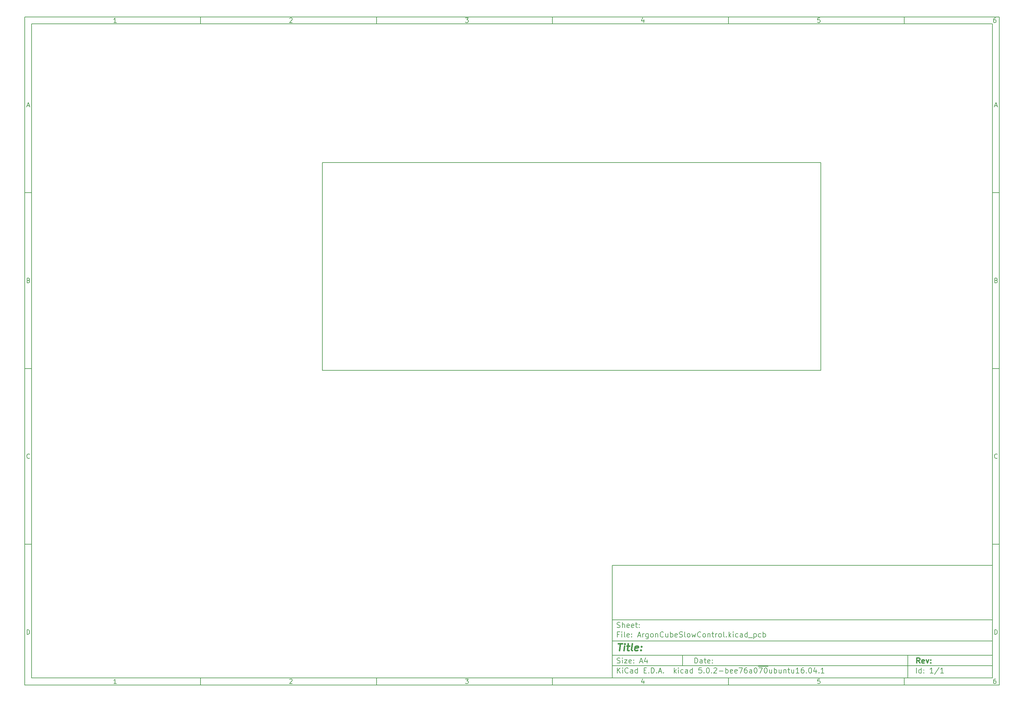
<source format=gbr>
G04 #@! TF.GenerationSoftware,KiCad,Pcbnew,5.0.2-bee76a0~70~ubuntu16.04.1*
G04 #@! TF.CreationDate,2020-09-03T14:52:49+02:00*
G04 #@! TF.ProjectId,ArgonCubeSlowControl,4172676f-6e43-4756-9265-536c6f77436f,rev?*
G04 #@! TF.SameCoordinates,Original*
G04 #@! TF.FileFunction,Profile,NP*
%FSLAX46Y46*%
G04 Gerber Fmt 4.6, Leading zero omitted, Abs format (unit mm)*
G04 Created by KiCad (PCBNEW 5.0.2-bee76a0~70~ubuntu16.04.1) date Thu 03 Sep 2020 02:52:49 PM CEST*
%MOMM*%
%LPD*%
G01*
G04 APERTURE LIST*
%ADD10C,0.100000*%
%ADD11C,0.150000*%
%ADD12C,0.300000*%
%ADD13C,0.400000*%
%ADD14C,0.200000*%
G04 APERTURE END LIST*
D10*
D11*
X177002200Y-166007200D02*
X177002200Y-198007200D01*
X285002200Y-198007200D01*
X285002200Y-166007200D01*
X177002200Y-166007200D01*
D10*
D11*
X10000000Y-10000000D02*
X10000000Y-200007200D01*
X287002200Y-200007200D01*
X287002200Y-10000000D01*
X10000000Y-10000000D01*
D10*
D11*
X12000000Y-12000000D02*
X12000000Y-198007200D01*
X285002200Y-198007200D01*
X285002200Y-12000000D01*
X12000000Y-12000000D01*
D10*
D11*
X60000000Y-12000000D02*
X60000000Y-10000000D01*
D10*
D11*
X110000000Y-12000000D02*
X110000000Y-10000000D01*
D10*
D11*
X160000000Y-12000000D02*
X160000000Y-10000000D01*
D10*
D11*
X210000000Y-12000000D02*
X210000000Y-10000000D01*
D10*
D11*
X260000000Y-12000000D02*
X260000000Y-10000000D01*
D10*
D11*
X36065476Y-11588095D02*
X35322619Y-11588095D01*
X35694047Y-11588095D02*
X35694047Y-10288095D01*
X35570238Y-10473809D01*
X35446428Y-10597619D01*
X35322619Y-10659523D01*
D10*
D11*
X85322619Y-10411904D02*
X85384523Y-10350000D01*
X85508333Y-10288095D01*
X85817857Y-10288095D01*
X85941666Y-10350000D01*
X86003571Y-10411904D01*
X86065476Y-10535714D01*
X86065476Y-10659523D01*
X86003571Y-10845238D01*
X85260714Y-11588095D01*
X86065476Y-11588095D01*
D10*
D11*
X135260714Y-10288095D02*
X136065476Y-10288095D01*
X135632142Y-10783333D01*
X135817857Y-10783333D01*
X135941666Y-10845238D01*
X136003571Y-10907142D01*
X136065476Y-11030952D01*
X136065476Y-11340476D01*
X136003571Y-11464285D01*
X135941666Y-11526190D01*
X135817857Y-11588095D01*
X135446428Y-11588095D01*
X135322619Y-11526190D01*
X135260714Y-11464285D01*
D10*
D11*
X185941666Y-10721428D02*
X185941666Y-11588095D01*
X185632142Y-10226190D02*
X185322619Y-11154761D01*
X186127380Y-11154761D01*
D10*
D11*
X236003571Y-10288095D02*
X235384523Y-10288095D01*
X235322619Y-10907142D01*
X235384523Y-10845238D01*
X235508333Y-10783333D01*
X235817857Y-10783333D01*
X235941666Y-10845238D01*
X236003571Y-10907142D01*
X236065476Y-11030952D01*
X236065476Y-11340476D01*
X236003571Y-11464285D01*
X235941666Y-11526190D01*
X235817857Y-11588095D01*
X235508333Y-11588095D01*
X235384523Y-11526190D01*
X235322619Y-11464285D01*
D10*
D11*
X285941666Y-10288095D02*
X285694047Y-10288095D01*
X285570238Y-10350000D01*
X285508333Y-10411904D01*
X285384523Y-10597619D01*
X285322619Y-10845238D01*
X285322619Y-11340476D01*
X285384523Y-11464285D01*
X285446428Y-11526190D01*
X285570238Y-11588095D01*
X285817857Y-11588095D01*
X285941666Y-11526190D01*
X286003571Y-11464285D01*
X286065476Y-11340476D01*
X286065476Y-11030952D01*
X286003571Y-10907142D01*
X285941666Y-10845238D01*
X285817857Y-10783333D01*
X285570238Y-10783333D01*
X285446428Y-10845238D01*
X285384523Y-10907142D01*
X285322619Y-11030952D01*
D10*
D11*
X60000000Y-198007200D02*
X60000000Y-200007200D01*
D10*
D11*
X110000000Y-198007200D02*
X110000000Y-200007200D01*
D10*
D11*
X160000000Y-198007200D02*
X160000000Y-200007200D01*
D10*
D11*
X210000000Y-198007200D02*
X210000000Y-200007200D01*
D10*
D11*
X260000000Y-198007200D02*
X260000000Y-200007200D01*
D10*
D11*
X36065476Y-199595295D02*
X35322619Y-199595295D01*
X35694047Y-199595295D02*
X35694047Y-198295295D01*
X35570238Y-198481009D01*
X35446428Y-198604819D01*
X35322619Y-198666723D01*
D10*
D11*
X85322619Y-198419104D02*
X85384523Y-198357200D01*
X85508333Y-198295295D01*
X85817857Y-198295295D01*
X85941666Y-198357200D01*
X86003571Y-198419104D01*
X86065476Y-198542914D01*
X86065476Y-198666723D01*
X86003571Y-198852438D01*
X85260714Y-199595295D01*
X86065476Y-199595295D01*
D10*
D11*
X135260714Y-198295295D02*
X136065476Y-198295295D01*
X135632142Y-198790533D01*
X135817857Y-198790533D01*
X135941666Y-198852438D01*
X136003571Y-198914342D01*
X136065476Y-199038152D01*
X136065476Y-199347676D01*
X136003571Y-199471485D01*
X135941666Y-199533390D01*
X135817857Y-199595295D01*
X135446428Y-199595295D01*
X135322619Y-199533390D01*
X135260714Y-199471485D01*
D10*
D11*
X185941666Y-198728628D02*
X185941666Y-199595295D01*
X185632142Y-198233390D02*
X185322619Y-199161961D01*
X186127380Y-199161961D01*
D10*
D11*
X236003571Y-198295295D02*
X235384523Y-198295295D01*
X235322619Y-198914342D01*
X235384523Y-198852438D01*
X235508333Y-198790533D01*
X235817857Y-198790533D01*
X235941666Y-198852438D01*
X236003571Y-198914342D01*
X236065476Y-199038152D01*
X236065476Y-199347676D01*
X236003571Y-199471485D01*
X235941666Y-199533390D01*
X235817857Y-199595295D01*
X235508333Y-199595295D01*
X235384523Y-199533390D01*
X235322619Y-199471485D01*
D10*
D11*
X285941666Y-198295295D02*
X285694047Y-198295295D01*
X285570238Y-198357200D01*
X285508333Y-198419104D01*
X285384523Y-198604819D01*
X285322619Y-198852438D01*
X285322619Y-199347676D01*
X285384523Y-199471485D01*
X285446428Y-199533390D01*
X285570238Y-199595295D01*
X285817857Y-199595295D01*
X285941666Y-199533390D01*
X286003571Y-199471485D01*
X286065476Y-199347676D01*
X286065476Y-199038152D01*
X286003571Y-198914342D01*
X285941666Y-198852438D01*
X285817857Y-198790533D01*
X285570238Y-198790533D01*
X285446428Y-198852438D01*
X285384523Y-198914342D01*
X285322619Y-199038152D01*
D10*
D11*
X10000000Y-60000000D02*
X12000000Y-60000000D01*
D10*
D11*
X10000000Y-110000000D02*
X12000000Y-110000000D01*
D10*
D11*
X10000000Y-160000000D02*
X12000000Y-160000000D01*
D10*
D11*
X10690476Y-35216666D02*
X11309523Y-35216666D01*
X10566666Y-35588095D02*
X11000000Y-34288095D01*
X11433333Y-35588095D01*
D10*
D11*
X11092857Y-84907142D02*
X11278571Y-84969047D01*
X11340476Y-85030952D01*
X11402380Y-85154761D01*
X11402380Y-85340476D01*
X11340476Y-85464285D01*
X11278571Y-85526190D01*
X11154761Y-85588095D01*
X10659523Y-85588095D01*
X10659523Y-84288095D01*
X11092857Y-84288095D01*
X11216666Y-84350000D01*
X11278571Y-84411904D01*
X11340476Y-84535714D01*
X11340476Y-84659523D01*
X11278571Y-84783333D01*
X11216666Y-84845238D01*
X11092857Y-84907142D01*
X10659523Y-84907142D01*
D10*
D11*
X11402380Y-135464285D02*
X11340476Y-135526190D01*
X11154761Y-135588095D01*
X11030952Y-135588095D01*
X10845238Y-135526190D01*
X10721428Y-135402380D01*
X10659523Y-135278571D01*
X10597619Y-135030952D01*
X10597619Y-134845238D01*
X10659523Y-134597619D01*
X10721428Y-134473809D01*
X10845238Y-134350000D01*
X11030952Y-134288095D01*
X11154761Y-134288095D01*
X11340476Y-134350000D01*
X11402380Y-134411904D01*
D10*
D11*
X10659523Y-185588095D02*
X10659523Y-184288095D01*
X10969047Y-184288095D01*
X11154761Y-184350000D01*
X11278571Y-184473809D01*
X11340476Y-184597619D01*
X11402380Y-184845238D01*
X11402380Y-185030952D01*
X11340476Y-185278571D01*
X11278571Y-185402380D01*
X11154761Y-185526190D01*
X10969047Y-185588095D01*
X10659523Y-185588095D01*
D10*
D11*
X287002200Y-60000000D02*
X285002200Y-60000000D01*
D10*
D11*
X287002200Y-110000000D02*
X285002200Y-110000000D01*
D10*
D11*
X287002200Y-160000000D02*
X285002200Y-160000000D01*
D10*
D11*
X285692676Y-35216666D02*
X286311723Y-35216666D01*
X285568866Y-35588095D02*
X286002200Y-34288095D01*
X286435533Y-35588095D01*
D10*
D11*
X286095057Y-84907142D02*
X286280771Y-84969047D01*
X286342676Y-85030952D01*
X286404580Y-85154761D01*
X286404580Y-85340476D01*
X286342676Y-85464285D01*
X286280771Y-85526190D01*
X286156961Y-85588095D01*
X285661723Y-85588095D01*
X285661723Y-84288095D01*
X286095057Y-84288095D01*
X286218866Y-84350000D01*
X286280771Y-84411904D01*
X286342676Y-84535714D01*
X286342676Y-84659523D01*
X286280771Y-84783333D01*
X286218866Y-84845238D01*
X286095057Y-84907142D01*
X285661723Y-84907142D01*
D10*
D11*
X286404580Y-135464285D02*
X286342676Y-135526190D01*
X286156961Y-135588095D01*
X286033152Y-135588095D01*
X285847438Y-135526190D01*
X285723628Y-135402380D01*
X285661723Y-135278571D01*
X285599819Y-135030952D01*
X285599819Y-134845238D01*
X285661723Y-134597619D01*
X285723628Y-134473809D01*
X285847438Y-134350000D01*
X286033152Y-134288095D01*
X286156961Y-134288095D01*
X286342676Y-134350000D01*
X286404580Y-134411904D01*
D10*
D11*
X285661723Y-185588095D02*
X285661723Y-184288095D01*
X285971247Y-184288095D01*
X286156961Y-184350000D01*
X286280771Y-184473809D01*
X286342676Y-184597619D01*
X286404580Y-184845238D01*
X286404580Y-185030952D01*
X286342676Y-185278571D01*
X286280771Y-185402380D01*
X286156961Y-185526190D01*
X285971247Y-185588095D01*
X285661723Y-185588095D01*
D10*
D11*
X200434342Y-193785771D02*
X200434342Y-192285771D01*
X200791485Y-192285771D01*
X201005771Y-192357200D01*
X201148628Y-192500057D01*
X201220057Y-192642914D01*
X201291485Y-192928628D01*
X201291485Y-193142914D01*
X201220057Y-193428628D01*
X201148628Y-193571485D01*
X201005771Y-193714342D01*
X200791485Y-193785771D01*
X200434342Y-193785771D01*
X202577200Y-193785771D02*
X202577200Y-193000057D01*
X202505771Y-192857200D01*
X202362914Y-192785771D01*
X202077200Y-192785771D01*
X201934342Y-192857200D01*
X202577200Y-193714342D02*
X202434342Y-193785771D01*
X202077200Y-193785771D01*
X201934342Y-193714342D01*
X201862914Y-193571485D01*
X201862914Y-193428628D01*
X201934342Y-193285771D01*
X202077200Y-193214342D01*
X202434342Y-193214342D01*
X202577200Y-193142914D01*
X203077200Y-192785771D02*
X203648628Y-192785771D01*
X203291485Y-192285771D02*
X203291485Y-193571485D01*
X203362914Y-193714342D01*
X203505771Y-193785771D01*
X203648628Y-193785771D01*
X204720057Y-193714342D02*
X204577200Y-193785771D01*
X204291485Y-193785771D01*
X204148628Y-193714342D01*
X204077200Y-193571485D01*
X204077200Y-193000057D01*
X204148628Y-192857200D01*
X204291485Y-192785771D01*
X204577200Y-192785771D01*
X204720057Y-192857200D01*
X204791485Y-193000057D01*
X204791485Y-193142914D01*
X204077200Y-193285771D01*
X205434342Y-193642914D02*
X205505771Y-193714342D01*
X205434342Y-193785771D01*
X205362914Y-193714342D01*
X205434342Y-193642914D01*
X205434342Y-193785771D01*
X205434342Y-192857200D02*
X205505771Y-192928628D01*
X205434342Y-193000057D01*
X205362914Y-192928628D01*
X205434342Y-192857200D01*
X205434342Y-193000057D01*
D10*
D11*
X177002200Y-194507200D02*
X285002200Y-194507200D01*
D10*
D11*
X178434342Y-196585771D02*
X178434342Y-195085771D01*
X179291485Y-196585771D02*
X178648628Y-195728628D01*
X179291485Y-195085771D02*
X178434342Y-195942914D01*
X179934342Y-196585771D02*
X179934342Y-195585771D01*
X179934342Y-195085771D02*
X179862914Y-195157200D01*
X179934342Y-195228628D01*
X180005771Y-195157200D01*
X179934342Y-195085771D01*
X179934342Y-195228628D01*
X181505771Y-196442914D02*
X181434342Y-196514342D01*
X181220057Y-196585771D01*
X181077200Y-196585771D01*
X180862914Y-196514342D01*
X180720057Y-196371485D01*
X180648628Y-196228628D01*
X180577200Y-195942914D01*
X180577200Y-195728628D01*
X180648628Y-195442914D01*
X180720057Y-195300057D01*
X180862914Y-195157200D01*
X181077200Y-195085771D01*
X181220057Y-195085771D01*
X181434342Y-195157200D01*
X181505771Y-195228628D01*
X182791485Y-196585771D02*
X182791485Y-195800057D01*
X182720057Y-195657200D01*
X182577200Y-195585771D01*
X182291485Y-195585771D01*
X182148628Y-195657200D01*
X182791485Y-196514342D02*
X182648628Y-196585771D01*
X182291485Y-196585771D01*
X182148628Y-196514342D01*
X182077200Y-196371485D01*
X182077200Y-196228628D01*
X182148628Y-196085771D01*
X182291485Y-196014342D01*
X182648628Y-196014342D01*
X182791485Y-195942914D01*
X184148628Y-196585771D02*
X184148628Y-195085771D01*
X184148628Y-196514342D02*
X184005771Y-196585771D01*
X183720057Y-196585771D01*
X183577200Y-196514342D01*
X183505771Y-196442914D01*
X183434342Y-196300057D01*
X183434342Y-195871485D01*
X183505771Y-195728628D01*
X183577200Y-195657200D01*
X183720057Y-195585771D01*
X184005771Y-195585771D01*
X184148628Y-195657200D01*
X186005771Y-195800057D02*
X186505771Y-195800057D01*
X186720057Y-196585771D02*
X186005771Y-196585771D01*
X186005771Y-195085771D01*
X186720057Y-195085771D01*
X187362914Y-196442914D02*
X187434342Y-196514342D01*
X187362914Y-196585771D01*
X187291485Y-196514342D01*
X187362914Y-196442914D01*
X187362914Y-196585771D01*
X188077200Y-196585771D02*
X188077200Y-195085771D01*
X188434342Y-195085771D01*
X188648628Y-195157200D01*
X188791485Y-195300057D01*
X188862914Y-195442914D01*
X188934342Y-195728628D01*
X188934342Y-195942914D01*
X188862914Y-196228628D01*
X188791485Y-196371485D01*
X188648628Y-196514342D01*
X188434342Y-196585771D01*
X188077200Y-196585771D01*
X189577200Y-196442914D02*
X189648628Y-196514342D01*
X189577200Y-196585771D01*
X189505771Y-196514342D01*
X189577200Y-196442914D01*
X189577200Y-196585771D01*
X190220057Y-196157200D02*
X190934342Y-196157200D01*
X190077200Y-196585771D02*
X190577200Y-195085771D01*
X191077200Y-196585771D01*
X191577200Y-196442914D02*
X191648628Y-196514342D01*
X191577200Y-196585771D01*
X191505771Y-196514342D01*
X191577200Y-196442914D01*
X191577200Y-196585771D01*
X194577200Y-196585771D02*
X194577200Y-195085771D01*
X194720057Y-196014342D02*
X195148628Y-196585771D01*
X195148628Y-195585771D02*
X194577200Y-196157200D01*
X195791485Y-196585771D02*
X195791485Y-195585771D01*
X195791485Y-195085771D02*
X195720057Y-195157200D01*
X195791485Y-195228628D01*
X195862914Y-195157200D01*
X195791485Y-195085771D01*
X195791485Y-195228628D01*
X197148628Y-196514342D02*
X197005771Y-196585771D01*
X196720057Y-196585771D01*
X196577200Y-196514342D01*
X196505771Y-196442914D01*
X196434342Y-196300057D01*
X196434342Y-195871485D01*
X196505771Y-195728628D01*
X196577200Y-195657200D01*
X196720057Y-195585771D01*
X197005771Y-195585771D01*
X197148628Y-195657200D01*
X198434342Y-196585771D02*
X198434342Y-195800057D01*
X198362914Y-195657200D01*
X198220057Y-195585771D01*
X197934342Y-195585771D01*
X197791485Y-195657200D01*
X198434342Y-196514342D02*
X198291485Y-196585771D01*
X197934342Y-196585771D01*
X197791485Y-196514342D01*
X197720057Y-196371485D01*
X197720057Y-196228628D01*
X197791485Y-196085771D01*
X197934342Y-196014342D01*
X198291485Y-196014342D01*
X198434342Y-195942914D01*
X199791485Y-196585771D02*
X199791485Y-195085771D01*
X199791485Y-196514342D02*
X199648628Y-196585771D01*
X199362914Y-196585771D01*
X199220057Y-196514342D01*
X199148628Y-196442914D01*
X199077200Y-196300057D01*
X199077200Y-195871485D01*
X199148628Y-195728628D01*
X199220057Y-195657200D01*
X199362914Y-195585771D01*
X199648628Y-195585771D01*
X199791485Y-195657200D01*
X202362914Y-195085771D02*
X201648628Y-195085771D01*
X201577200Y-195800057D01*
X201648628Y-195728628D01*
X201791485Y-195657200D01*
X202148628Y-195657200D01*
X202291485Y-195728628D01*
X202362914Y-195800057D01*
X202434342Y-195942914D01*
X202434342Y-196300057D01*
X202362914Y-196442914D01*
X202291485Y-196514342D01*
X202148628Y-196585771D01*
X201791485Y-196585771D01*
X201648628Y-196514342D01*
X201577200Y-196442914D01*
X203077200Y-196442914D02*
X203148628Y-196514342D01*
X203077200Y-196585771D01*
X203005771Y-196514342D01*
X203077200Y-196442914D01*
X203077200Y-196585771D01*
X204077200Y-195085771D02*
X204220057Y-195085771D01*
X204362914Y-195157200D01*
X204434342Y-195228628D01*
X204505771Y-195371485D01*
X204577200Y-195657200D01*
X204577200Y-196014342D01*
X204505771Y-196300057D01*
X204434342Y-196442914D01*
X204362914Y-196514342D01*
X204220057Y-196585771D01*
X204077200Y-196585771D01*
X203934342Y-196514342D01*
X203862914Y-196442914D01*
X203791485Y-196300057D01*
X203720057Y-196014342D01*
X203720057Y-195657200D01*
X203791485Y-195371485D01*
X203862914Y-195228628D01*
X203934342Y-195157200D01*
X204077200Y-195085771D01*
X205220057Y-196442914D02*
X205291485Y-196514342D01*
X205220057Y-196585771D01*
X205148628Y-196514342D01*
X205220057Y-196442914D01*
X205220057Y-196585771D01*
X205862914Y-195228628D02*
X205934342Y-195157200D01*
X206077200Y-195085771D01*
X206434342Y-195085771D01*
X206577200Y-195157200D01*
X206648628Y-195228628D01*
X206720057Y-195371485D01*
X206720057Y-195514342D01*
X206648628Y-195728628D01*
X205791485Y-196585771D01*
X206720057Y-196585771D01*
X207362914Y-196014342D02*
X208505771Y-196014342D01*
X209220057Y-196585771D02*
X209220057Y-195085771D01*
X209220057Y-195657200D02*
X209362914Y-195585771D01*
X209648628Y-195585771D01*
X209791485Y-195657200D01*
X209862914Y-195728628D01*
X209934342Y-195871485D01*
X209934342Y-196300057D01*
X209862914Y-196442914D01*
X209791485Y-196514342D01*
X209648628Y-196585771D01*
X209362914Y-196585771D01*
X209220057Y-196514342D01*
X211148628Y-196514342D02*
X211005771Y-196585771D01*
X210720057Y-196585771D01*
X210577200Y-196514342D01*
X210505771Y-196371485D01*
X210505771Y-195800057D01*
X210577200Y-195657200D01*
X210720057Y-195585771D01*
X211005771Y-195585771D01*
X211148628Y-195657200D01*
X211220057Y-195800057D01*
X211220057Y-195942914D01*
X210505771Y-196085771D01*
X212434342Y-196514342D02*
X212291485Y-196585771D01*
X212005771Y-196585771D01*
X211862914Y-196514342D01*
X211791485Y-196371485D01*
X211791485Y-195800057D01*
X211862914Y-195657200D01*
X212005771Y-195585771D01*
X212291485Y-195585771D01*
X212434342Y-195657200D01*
X212505771Y-195800057D01*
X212505771Y-195942914D01*
X211791485Y-196085771D01*
X213005771Y-195085771D02*
X214005771Y-195085771D01*
X213362914Y-196585771D01*
X215220057Y-195085771D02*
X214934342Y-195085771D01*
X214791485Y-195157200D01*
X214720057Y-195228628D01*
X214577200Y-195442914D01*
X214505771Y-195728628D01*
X214505771Y-196300057D01*
X214577200Y-196442914D01*
X214648628Y-196514342D01*
X214791485Y-196585771D01*
X215077200Y-196585771D01*
X215220057Y-196514342D01*
X215291485Y-196442914D01*
X215362914Y-196300057D01*
X215362914Y-195942914D01*
X215291485Y-195800057D01*
X215220057Y-195728628D01*
X215077200Y-195657200D01*
X214791485Y-195657200D01*
X214648628Y-195728628D01*
X214577200Y-195800057D01*
X214505771Y-195942914D01*
X216648628Y-196585771D02*
X216648628Y-195800057D01*
X216577200Y-195657200D01*
X216434342Y-195585771D01*
X216148628Y-195585771D01*
X216005771Y-195657200D01*
X216648628Y-196514342D02*
X216505771Y-196585771D01*
X216148628Y-196585771D01*
X216005771Y-196514342D01*
X215934342Y-196371485D01*
X215934342Y-196228628D01*
X216005771Y-196085771D01*
X216148628Y-196014342D01*
X216505771Y-196014342D01*
X216648628Y-195942914D01*
X217648628Y-195085771D02*
X217791485Y-195085771D01*
X217934342Y-195157200D01*
X218005771Y-195228628D01*
X218077200Y-195371485D01*
X218148628Y-195657200D01*
X218148628Y-196014342D01*
X218077200Y-196300057D01*
X218005771Y-196442914D01*
X217934342Y-196514342D01*
X217791485Y-196585771D01*
X217648628Y-196585771D01*
X217505771Y-196514342D01*
X217434342Y-196442914D01*
X217362914Y-196300057D01*
X217291485Y-196014342D01*
X217291485Y-195657200D01*
X217362914Y-195371485D01*
X217434342Y-195228628D01*
X217505771Y-195157200D01*
X217648628Y-195085771D01*
X218434342Y-194677200D02*
X219862914Y-194677200D01*
X218648628Y-195085771D02*
X219648628Y-195085771D01*
X219005771Y-196585771D01*
X219862914Y-194677200D02*
X221291485Y-194677200D01*
X220505771Y-195085771D02*
X220648628Y-195085771D01*
X220791485Y-195157200D01*
X220862914Y-195228628D01*
X220934342Y-195371485D01*
X221005771Y-195657200D01*
X221005771Y-196014342D01*
X220934342Y-196300057D01*
X220862914Y-196442914D01*
X220791485Y-196514342D01*
X220648628Y-196585771D01*
X220505771Y-196585771D01*
X220362914Y-196514342D01*
X220291485Y-196442914D01*
X220220057Y-196300057D01*
X220148628Y-196014342D01*
X220148628Y-195657200D01*
X220220057Y-195371485D01*
X220291485Y-195228628D01*
X220362914Y-195157200D01*
X220505771Y-195085771D01*
X222291485Y-195585771D02*
X222291485Y-196585771D01*
X221648628Y-195585771D02*
X221648628Y-196371485D01*
X221720057Y-196514342D01*
X221862914Y-196585771D01*
X222077200Y-196585771D01*
X222220057Y-196514342D01*
X222291485Y-196442914D01*
X223005771Y-196585771D02*
X223005771Y-195085771D01*
X223005771Y-195657200D02*
X223148628Y-195585771D01*
X223434342Y-195585771D01*
X223577200Y-195657200D01*
X223648628Y-195728628D01*
X223720057Y-195871485D01*
X223720057Y-196300057D01*
X223648628Y-196442914D01*
X223577200Y-196514342D01*
X223434342Y-196585771D01*
X223148628Y-196585771D01*
X223005771Y-196514342D01*
X225005771Y-195585771D02*
X225005771Y-196585771D01*
X224362914Y-195585771D02*
X224362914Y-196371485D01*
X224434342Y-196514342D01*
X224577200Y-196585771D01*
X224791485Y-196585771D01*
X224934342Y-196514342D01*
X225005771Y-196442914D01*
X225720057Y-195585771D02*
X225720057Y-196585771D01*
X225720057Y-195728628D02*
X225791485Y-195657200D01*
X225934342Y-195585771D01*
X226148628Y-195585771D01*
X226291485Y-195657200D01*
X226362914Y-195800057D01*
X226362914Y-196585771D01*
X226862914Y-195585771D02*
X227434342Y-195585771D01*
X227077200Y-195085771D02*
X227077200Y-196371485D01*
X227148628Y-196514342D01*
X227291485Y-196585771D01*
X227434342Y-196585771D01*
X228577200Y-195585771D02*
X228577200Y-196585771D01*
X227934342Y-195585771D02*
X227934342Y-196371485D01*
X228005771Y-196514342D01*
X228148628Y-196585771D01*
X228362914Y-196585771D01*
X228505771Y-196514342D01*
X228577200Y-196442914D01*
X230077200Y-196585771D02*
X229220057Y-196585771D01*
X229648628Y-196585771D02*
X229648628Y-195085771D01*
X229505771Y-195300057D01*
X229362914Y-195442914D01*
X229220057Y-195514342D01*
X231362914Y-195085771D02*
X231077200Y-195085771D01*
X230934342Y-195157200D01*
X230862914Y-195228628D01*
X230720057Y-195442914D01*
X230648628Y-195728628D01*
X230648628Y-196300057D01*
X230720057Y-196442914D01*
X230791485Y-196514342D01*
X230934342Y-196585771D01*
X231220057Y-196585771D01*
X231362914Y-196514342D01*
X231434342Y-196442914D01*
X231505771Y-196300057D01*
X231505771Y-195942914D01*
X231434342Y-195800057D01*
X231362914Y-195728628D01*
X231220057Y-195657200D01*
X230934342Y-195657200D01*
X230791485Y-195728628D01*
X230720057Y-195800057D01*
X230648628Y-195942914D01*
X232148628Y-196442914D02*
X232220057Y-196514342D01*
X232148628Y-196585771D01*
X232077200Y-196514342D01*
X232148628Y-196442914D01*
X232148628Y-196585771D01*
X233148628Y-195085771D02*
X233291485Y-195085771D01*
X233434342Y-195157200D01*
X233505771Y-195228628D01*
X233577200Y-195371485D01*
X233648628Y-195657200D01*
X233648628Y-196014342D01*
X233577200Y-196300057D01*
X233505771Y-196442914D01*
X233434342Y-196514342D01*
X233291485Y-196585771D01*
X233148628Y-196585771D01*
X233005771Y-196514342D01*
X232934342Y-196442914D01*
X232862914Y-196300057D01*
X232791485Y-196014342D01*
X232791485Y-195657200D01*
X232862914Y-195371485D01*
X232934342Y-195228628D01*
X233005771Y-195157200D01*
X233148628Y-195085771D01*
X234934342Y-195585771D02*
X234934342Y-196585771D01*
X234577200Y-195014342D02*
X234220057Y-196085771D01*
X235148628Y-196085771D01*
X235720057Y-196442914D02*
X235791485Y-196514342D01*
X235720057Y-196585771D01*
X235648628Y-196514342D01*
X235720057Y-196442914D01*
X235720057Y-196585771D01*
X237220057Y-196585771D02*
X236362914Y-196585771D01*
X236791485Y-196585771D02*
X236791485Y-195085771D01*
X236648628Y-195300057D01*
X236505771Y-195442914D01*
X236362914Y-195514342D01*
D10*
D11*
X177002200Y-191507200D02*
X285002200Y-191507200D01*
D10*
D12*
X264411485Y-193785771D02*
X263911485Y-193071485D01*
X263554342Y-193785771D02*
X263554342Y-192285771D01*
X264125771Y-192285771D01*
X264268628Y-192357200D01*
X264340057Y-192428628D01*
X264411485Y-192571485D01*
X264411485Y-192785771D01*
X264340057Y-192928628D01*
X264268628Y-193000057D01*
X264125771Y-193071485D01*
X263554342Y-193071485D01*
X265625771Y-193714342D02*
X265482914Y-193785771D01*
X265197200Y-193785771D01*
X265054342Y-193714342D01*
X264982914Y-193571485D01*
X264982914Y-193000057D01*
X265054342Y-192857200D01*
X265197200Y-192785771D01*
X265482914Y-192785771D01*
X265625771Y-192857200D01*
X265697200Y-193000057D01*
X265697200Y-193142914D01*
X264982914Y-193285771D01*
X266197200Y-192785771D02*
X266554342Y-193785771D01*
X266911485Y-192785771D01*
X267482914Y-193642914D02*
X267554342Y-193714342D01*
X267482914Y-193785771D01*
X267411485Y-193714342D01*
X267482914Y-193642914D01*
X267482914Y-193785771D01*
X267482914Y-192857200D02*
X267554342Y-192928628D01*
X267482914Y-193000057D01*
X267411485Y-192928628D01*
X267482914Y-192857200D01*
X267482914Y-193000057D01*
D10*
D11*
X178362914Y-193714342D02*
X178577200Y-193785771D01*
X178934342Y-193785771D01*
X179077200Y-193714342D01*
X179148628Y-193642914D01*
X179220057Y-193500057D01*
X179220057Y-193357200D01*
X179148628Y-193214342D01*
X179077200Y-193142914D01*
X178934342Y-193071485D01*
X178648628Y-193000057D01*
X178505771Y-192928628D01*
X178434342Y-192857200D01*
X178362914Y-192714342D01*
X178362914Y-192571485D01*
X178434342Y-192428628D01*
X178505771Y-192357200D01*
X178648628Y-192285771D01*
X179005771Y-192285771D01*
X179220057Y-192357200D01*
X179862914Y-193785771D02*
X179862914Y-192785771D01*
X179862914Y-192285771D02*
X179791485Y-192357200D01*
X179862914Y-192428628D01*
X179934342Y-192357200D01*
X179862914Y-192285771D01*
X179862914Y-192428628D01*
X180434342Y-192785771D02*
X181220057Y-192785771D01*
X180434342Y-193785771D01*
X181220057Y-193785771D01*
X182362914Y-193714342D02*
X182220057Y-193785771D01*
X181934342Y-193785771D01*
X181791485Y-193714342D01*
X181720057Y-193571485D01*
X181720057Y-193000057D01*
X181791485Y-192857200D01*
X181934342Y-192785771D01*
X182220057Y-192785771D01*
X182362914Y-192857200D01*
X182434342Y-193000057D01*
X182434342Y-193142914D01*
X181720057Y-193285771D01*
X183077200Y-193642914D02*
X183148628Y-193714342D01*
X183077200Y-193785771D01*
X183005771Y-193714342D01*
X183077200Y-193642914D01*
X183077200Y-193785771D01*
X183077200Y-192857200D02*
X183148628Y-192928628D01*
X183077200Y-193000057D01*
X183005771Y-192928628D01*
X183077200Y-192857200D01*
X183077200Y-193000057D01*
X184862914Y-193357200D02*
X185577200Y-193357200D01*
X184720057Y-193785771D02*
X185220057Y-192285771D01*
X185720057Y-193785771D01*
X186862914Y-192785771D02*
X186862914Y-193785771D01*
X186505771Y-192214342D02*
X186148628Y-193285771D01*
X187077200Y-193285771D01*
D10*
D11*
X263434342Y-196585771D02*
X263434342Y-195085771D01*
X264791485Y-196585771D02*
X264791485Y-195085771D01*
X264791485Y-196514342D02*
X264648628Y-196585771D01*
X264362914Y-196585771D01*
X264220057Y-196514342D01*
X264148628Y-196442914D01*
X264077200Y-196300057D01*
X264077200Y-195871485D01*
X264148628Y-195728628D01*
X264220057Y-195657200D01*
X264362914Y-195585771D01*
X264648628Y-195585771D01*
X264791485Y-195657200D01*
X265505771Y-196442914D02*
X265577200Y-196514342D01*
X265505771Y-196585771D01*
X265434342Y-196514342D01*
X265505771Y-196442914D01*
X265505771Y-196585771D01*
X265505771Y-195657200D02*
X265577200Y-195728628D01*
X265505771Y-195800057D01*
X265434342Y-195728628D01*
X265505771Y-195657200D01*
X265505771Y-195800057D01*
X268148628Y-196585771D02*
X267291485Y-196585771D01*
X267720057Y-196585771D02*
X267720057Y-195085771D01*
X267577200Y-195300057D01*
X267434342Y-195442914D01*
X267291485Y-195514342D01*
X269862914Y-195014342D02*
X268577200Y-196942914D01*
X271148628Y-196585771D02*
X270291485Y-196585771D01*
X270720057Y-196585771D02*
X270720057Y-195085771D01*
X270577200Y-195300057D01*
X270434342Y-195442914D01*
X270291485Y-195514342D01*
D10*
D11*
X177002200Y-187507200D02*
X285002200Y-187507200D01*
D10*
D13*
X178714580Y-188211961D02*
X179857438Y-188211961D01*
X179036009Y-190211961D02*
X179286009Y-188211961D01*
X180274104Y-190211961D02*
X180440771Y-188878628D01*
X180524104Y-188211961D02*
X180416961Y-188307200D01*
X180500295Y-188402438D01*
X180607438Y-188307200D01*
X180524104Y-188211961D01*
X180500295Y-188402438D01*
X181107438Y-188878628D02*
X181869342Y-188878628D01*
X181476485Y-188211961D02*
X181262200Y-189926247D01*
X181333628Y-190116723D01*
X181512200Y-190211961D01*
X181702676Y-190211961D01*
X182655057Y-190211961D02*
X182476485Y-190116723D01*
X182405057Y-189926247D01*
X182619342Y-188211961D01*
X184190771Y-190116723D02*
X183988390Y-190211961D01*
X183607438Y-190211961D01*
X183428866Y-190116723D01*
X183357438Y-189926247D01*
X183452676Y-189164342D01*
X183571723Y-188973866D01*
X183774104Y-188878628D01*
X184155057Y-188878628D01*
X184333628Y-188973866D01*
X184405057Y-189164342D01*
X184381247Y-189354819D01*
X183405057Y-189545295D01*
X185155057Y-190021485D02*
X185238390Y-190116723D01*
X185131247Y-190211961D01*
X185047914Y-190116723D01*
X185155057Y-190021485D01*
X185131247Y-190211961D01*
X185286009Y-188973866D02*
X185369342Y-189069104D01*
X185262200Y-189164342D01*
X185178866Y-189069104D01*
X185286009Y-188973866D01*
X185262200Y-189164342D01*
D10*
D11*
X178934342Y-185600057D02*
X178434342Y-185600057D01*
X178434342Y-186385771D02*
X178434342Y-184885771D01*
X179148628Y-184885771D01*
X179720057Y-186385771D02*
X179720057Y-185385771D01*
X179720057Y-184885771D02*
X179648628Y-184957200D01*
X179720057Y-185028628D01*
X179791485Y-184957200D01*
X179720057Y-184885771D01*
X179720057Y-185028628D01*
X180648628Y-186385771D02*
X180505771Y-186314342D01*
X180434342Y-186171485D01*
X180434342Y-184885771D01*
X181791485Y-186314342D02*
X181648628Y-186385771D01*
X181362914Y-186385771D01*
X181220057Y-186314342D01*
X181148628Y-186171485D01*
X181148628Y-185600057D01*
X181220057Y-185457200D01*
X181362914Y-185385771D01*
X181648628Y-185385771D01*
X181791485Y-185457200D01*
X181862914Y-185600057D01*
X181862914Y-185742914D01*
X181148628Y-185885771D01*
X182505771Y-186242914D02*
X182577200Y-186314342D01*
X182505771Y-186385771D01*
X182434342Y-186314342D01*
X182505771Y-186242914D01*
X182505771Y-186385771D01*
X182505771Y-185457200D02*
X182577200Y-185528628D01*
X182505771Y-185600057D01*
X182434342Y-185528628D01*
X182505771Y-185457200D01*
X182505771Y-185600057D01*
X184291485Y-185957200D02*
X185005771Y-185957200D01*
X184148628Y-186385771D02*
X184648628Y-184885771D01*
X185148628Y-186385771D01*
X185648628Y-186385771D02*
X185648628Y-185385771D01*
X185648628Y-185671485D02*
X185720057Y-185528628D01*
X185791485Y-185457200D01*
X185934342Y-185385771D01*
X186077200Y-185385771D01*
X187220057Y-185385771D02*
X187220057Y-186600057D01*
X187148628Y-186742914D01*
X187077200Y-186814342D01*
X186934342Y-186885771D01*
X186720057Y-186885771D01*
X186577200Y-186814342D01*
X187220057Y-186314342D02*
X187077200Y-186385771D01*
X186791485Y-186385771D01*
X186648628Y-186314342D01*
X186577200Y-186242914D01*
X186505771Y-186100057D01*
X186505771Y-185671485D01*
X186577200Y-185528628D01*
X186648628Y-185457200D01*
X186791485Y-185385771D01*
X187077200Y-185385771D01*
X187220057Y-185457200D01*
X188148628Y-186385771D02*
X188005771Y-186314342D01*
X187934342Y-186242914D01*
X187862914Y-186100057D01*
X187862914Y-185671485D01*
X187934342Y-185528628D01*
X188005771Y-185457200D01*
X188148628Y-185385771D01*
X188362914Y-185385771D01*
X188505771Y-185457200D01*
X188577200Y-185528628D01*
X188648628Y-185671485D01*
X188648628Y-186100057D01*
X188577200Y-186242914D01*
X188505771Y-186314342D01*
X188362914Y-186385771D01*
X188148628Y-186385771D01*
X189291485Y-185385771D02*
X189291485Y-186385771D01*
X189291485Y-185528628D02*
X189362914Y-185457200D01*
X189505771Y-185385771D01*
X189720057Y-185385771D01*
X189862914Y-185457200D01*
X189934342Y-185600057D01*
X189934342Y-186385771D01*
X191505771Y-186242914D02*
X191434342Y-186314342D01*
X191220057Y-186385771D01*
X191077200Y-186385771D01*
X190862914Y-186314342D01*
X190720057Y-186171485D01*
X190648628Y-186028628D01*
X190577200Y-185742914D01*
X190577200Y-185528628D01*
X190648628Y-185242914D01*
X190720057Y-185100057D01*
X190862914Y-184957200D01*
X191077200Y-184885771D01*
X191220057Y-184885771D01*
X191434342Y-184957200D01*
X191505771Y-185028628D01*
X192791485Y-185385771D02*
X192791485Y-186385771D01*
X192148628Y-185385771D02*
X192148628Y-186171485D01*
X192220057Y-186314342D01*
X192362914Y-186385771D01*
X192577200Y-186385771D01*
X192720057Y-186314342D01*
X192791485Y-186242914D01*
X193505771Y-186385771D02*
X193505771Y-184885771D01*
X193505771Y-185457200D02*
X193648628Y-185385771D01*
X193934342Y-185385771D01*
X194077200Y-185457200D01*
X194148628Y-185528628D01*
X194220057Y-185671485D01*
X194220057Y-186100057D01*
X194148628Y-186242914D01*
X194077200Y-186314342D01*
X193934342Y-186385771D01*
X193648628Y-186385771D01*
X193505771Y-186314342D01*
X195434342Y-186314342D02*
X195291485Y-186385771D01*
X195005771Y-186385771D01*
X194862914Y-186314342D01*
X194791485Y-186171485D01*
X194791485Y-185600057D01*
X194862914Y-185457200D01*
X195005771Y-185385771D01*
X195291485Y-185385771D01*
X195434342Y-185457200D01*
X195505771Y-185600057D01*
X195505771Y-185742914D01*
X194791485Y-185885771D01*
X196077200Y-186314342D02*
X196291485Y-186385771D01*
X196648628Y-186385771D01*
X196791485Y-186314342D01*
X196862914Y-186242914D01*
X196934342Y-186100057D01*
X196934342Y-185957200D01*
X196862914Y-185814342D01*
X196791485Y-185742914D01*
X196648628Y-185671485D01*
X196362914Y-185600057D01*
X196220057Y-185528628D01*
X196148628Y-185457200D01*
X196077200Y-185314342D01*
X196077200Y-185171485D01*
X196148628Y-185028628D01*
X196220057Y-184957200D01*
X196362914Y-184885771D01*
X196720057Y-184885771D01*
X196934342Y-184957200D01*
X197791485Y-186385771D02*
X197648628Y-186314342D01*
X197577200Y-186171485D01*
X197577200Y-184885771D01*
X198577200Y-186385771D02*
X198434342Y-186314342D01*
X198362914Y-186242914D01*
X198291485Y-186100057D01*
X198291485Y-185671485D01*
X198362914Y-185528628D01*
X198434342Y-185457200D01*
X198577200Y-185385771D01*
X198791485Y-185385771D01*
X198934342Y-185457200D01*
X199005771Y-185528628D01*
X199077200Y-185671485D01*
X199077200Y-186100057D01*
X199005771Y-186242914D01*
X198934342Y-186314342D01*
X198791485Y-186385771D01*
X198577200Y-186385771D01*
X199577200Y-185385771D02*
X199862914Y-186385771D01*
X200148628Y-185671485D01*
X200434342Y-186385771D01*
X200720057Y-185385771D01*
X202148628Y-186242914D02*
X202077200Y-186314342D01*
X201862914Y-186385771D01*
X201720057Y-186385771D01*
X201505771Y-186314342D01*
X201362914Y-186171485D01*
X201291485Y-186028628D01*
X201220057Y-185742914D01*
X201220057Y-185528628D01*
X201291485Y-185242914D01*
X201362914Y-185100057D01*
X201505771Y-184957200D01*
X201720057Y-184885771D01*
X201862914Y-184885771D01*
X202077200Y-184957200D01*
X202148628Y-185028628D01*
X203005771Y-186385771D02*
X202862914Y-186314342D01*
X202791485Y-186242914D01*
X202720057Y-186100057D01*
X202720057Y-185671485D01*
X202791485Y-185528628D01*
X202862914Y-185457200D01*
X203005771Y-185385771D01*
X203220057Y-185385771D01*
X203362914Y-185457200D01*
X203434342Y-185528628D01*
X203505771Y-185671485D01*
X203505771Y-186100057D01*
X203434342Y-186242914D01*
X203362914Y-186314342D01*
X203220057Y-186385771D01*
X203005771Y-186385771D01*
X204148628Y-185385771D02*
X204148628Y-186385771D01*
X204148628Y-185528628D02*
X204220057Y-185457200D01*
X204362914Y-185385771D01*
X204577200Y-185385771D01*
X204720057Y-185457200D01*
X204791485Y-185600057D01*
X204791485Y-186385771D01*
X205291485Y-185385771D02*
X205862914Y-185385771D01*
X205505771Y-184885771D02*
X205505771Y-186171485D01*
X205577200Y-186314342D01*
X205720057Y-186385771D01*
X205862914Y-186385771D01*
X206362914Y-186385771D02*
X206362914Y-185385771D01*
X206362914Y-185671485D02*
X206434342Y-185528628D01*
X206505771Y-185457200D01*
X206648628Y-185385771D01*
X206791485Y-185385771D01*
X207505771Y-186385771D02*
X207362914Y-186314342D01*
X207291485Y-186242914D01*
X207220057Y-186100057D01*
X207220057Y-185671485D01*
X207291485Y-185528628D01*
X207362914Y-185457200D01*
X207505771Y-185385771D01*
X207720057Y-185385771D01*
X207862914Y-185457200D01*
X207934342Y-185528628D01*
X208005771Y-185671485D01*
X208005771Y-186100057D01*
X207934342Y-186242914D01*
X207862914Y-186314342D01*
X207720057Y-186385771D01*
X207505771Y-186385771D01*
X208862914Y-186385771D02*
X208720057Y-186314342D01*
X208648628Y-186171485D01*
X208648628Y-184885771D01*
X209434342Y-186242914D02*
X209505771Y-186314342D01*
X209434342Y-186385771D01*
X209362914Y-186314342D01*
X209434342Y-186242914D01*
X209434342Y-186385771D01*
X210148628Y-186385771D02*
X210148628Y-184885771D01*
X210291485Y-185814342D02*
X210720057Y-186385771D01*
X210720057Y-185385771D02*
X210148628Y-185957200D01*
X211362914Y-186385771D02*
X211362914Y-185385771D01*
X211362914Y-184885771D02*
X211291485Y-184957200D01*
X211362914Y-185028628D01*
X211434342Y-184957200D01*
X211362914Y-184885771D01*
X211362914Y-185028628D01*
X212720057Y-186314342D02*
X212577200Y-186385771D01*
X212291485Y-186385771D01*
X212148628Y-186314342D01*
X212077200Y-186242914D01*
X212005771Y-186100057D01*
X212005771Y-185671485D01*
X212077200Y-185528628D01*
X212148628Y-185457200D01*
X212291485Y-185385771D01*
X212577200Y-185385771D01*
X212720057Y-185457200D01*
X214005771Y-186385771D02*
X214005771Y-185600057D01*
X213934342Y-185457200D01*
X213791485Y-185385771D01*
X213505771Y-185385771D01*
X213362914Y-185457200D01*
X214005771Y-186314342D02*
X213862914Y-186385771D01*
X213505771Y-186385771D01*
X213362914Y-186314342D01*
X213291485Y-186171485D01*
X213291485Y-186028628D01*
X213362914Y-185885771D01*
X213505771Y-185814342D01*
X213862914Y-185814342D01*
X214005771Y-185742914D01*
X215362914Y-186385771D02*
X215362914Y-184885771D01*
X215362914Y-186314342D02*
X215220057Y-186385771D01*
X214934342Y-186385771D01*
X214791485Y-186314342D01*
X214720057Y-186242914D01*
X214648628Y-186100057D01*
X214648628Y-185671485D01*
X214720057Y-185528628D01*
X214791485Y-185457200D01*
X214934342Y-185385771D01*
X215220057Y-185385771D01*
X215362914Y-185457200D01*
X215720057Y-186528628D02*
X216862914Y-186528628D01*
X217220057Y-185385771D02*
X217220057Y-186885771D01*
X217220057Y-185457200D02*
X217362914Y-185385771D01*
X217648628Y-185385771D01*
X217791485Y-185457200D01*
X217862914Y-185528628D01*
X217934342Y-185671485D01*
X217934342Y-186100057D01*
X217862914Y-186242914D01*
X217791485Y-186314342D01*
X217648628Y-186385771D01*
X217362914Y-186385771D01*
X217220057Y-186314342D01*
X219220057Y-186314342D02*
X219077200Y-186385771D01*
X218791485Y-186385771D01*
X218648628Y-186314342D01*
X218577200Y-186242914D01*
X218505771Y-186100057D01*
X218505771Y-185671485D01*
X218577200Y-185528628D01*
X218648628Y-185457200D01*
X218791485Y-185385771D01*
X219077200Y-185385771D01*
X219220057Y-185457200D01*
X219862914Y-186385771D02*
X219862914Y-184885771D01*
X219862914Y-185457200D02*
X220005771Y-185385771D01*
X220291485Y-185385771D01*
X220434342Y-185457200D01*
X220505771Y-185528628D01*
X220577200Y-185671485D01*
X220577200Y-186100057D01*
X220505771Y-186242914D01*
X220434342Y-186314342D01*
X220291485Y-186385771D01*
X220005771Y-186385771D01*
X219862914Y-186314342D01*
D10*
D11*
X177002200Y-181507200D02*
X285002200Y-181507200D01*
D10*
D11*
X178362914Y-183614342D02*
X178577200Y-183685771D01*
X178934342Y-183685771D01*
X179077200Y-183614342D01*
X179148628Y-183542914D01*
X179220057Y-183400057D01*
X179220057Y-183257200D01*
X179148628Y-183114342D01*
X179077200Y-183042914D01*
X178934342Y-182971485D01*
X178648628Y-182900057D01*
X178505771Y-182828628D01*
X178434342Y-182757200D01*
X178362914Y-182614342D01*
X178362914Y-182471485D01*
X178434342Y-182328628D01*
X178505771Y-182257200D01*
X178648628Y-182185771D01*
X179005771Y-182185771D01*
X179220057Y-182257200D01*
X179862914Y-183685771D02*
X179862914Y-182185771D01*
X180505771Y-183685771D02*
X180505771Y-182900057D01*
X180434342Y-182757200D01*
X180291485Y-182685771D01*
X180077200Y-182685771D01*
X179934342Y-182757200D01*
X179862914Y-182828628D01*
X181791485Y-183614342D02*
X181648628Y-183685771D01*
X181362914Y-183685771D01*
X181220057Y-183614342D01*
X181148628Y-183471485D01*
X181148628Y-182900057D01*
X181220057Y-182757200D01*
X181362914Y-182685771D01*
X181648628Y-182685771D01*
X181791485Y-182757200D01*
X181862914Y-182900057D01*
X181862914Y-183042914D01*
X181148628Y-183185771D01*
X183077200Y-183614342D02*
X182934342Y-183685771D01*
X182648628Y-183685771D01*
X182505771Y-183614342D01*
X182434342Y-183471485D01*
X182434342Y-182900057D01*
X182505771Y-182757200D01*
X182648628Y-182685771D01*
X182934342Y-182685771D01*
X183077200Y-182757200D01*
X183148628Y-182900057D01*
X183148628Y-183042914D01*
X182434342Y-183185771D01*
X183577200Y-182685771D02*
X184148628Y-182685771D01*
X183791485Y-182185771D02*
X183791485Y-183471485D01*
X183862914Y-183614342D01*
X184005771Y-183685771D01*
X184148628Y-183685771D01*
X184648628Y-183542914D02*
X184720057Y-183614342D01*
X184648628Y-183685771D01*
X184577200Y-183614342D01*
X184648628Y-183542914D01*
X184648628Y-183685771D01*
X184648628Y-182757200D02*
X184720057Y-182828628D01*
X184648628Y-182900057D01*
X184577200Y-182828628D01*
X184648628Y-182757200D01*
X184648628Y-182900057D01*
D10*
D11*
X197002200Y-191507200D02*
X197002200Y-194507200D01*
D10*
D11*
X261002200Y-191507200D02*
X261002200Y-198007200D01*
D14*
X94615000Y-110490000D02*
X94615000Y-51435000D01*
X236220000Y-110490000D02*
X94615000Y-110490000D01*
X236220000Y-51435000D02*
X236220000Y-110490000D01*
X94615000Y-51435000D02*
X236220000Y-51435000D01*
M02*

</source>
